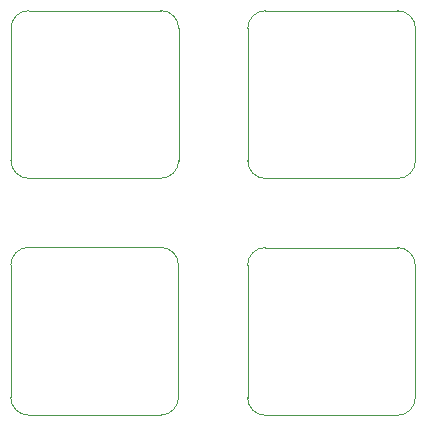
<source format=gbr>
%TF.GenerationSoftware,KiCad,Pcbnew,7.0.7*%
%TF.CreationDate,2023-09-11T19:57:54+10:00*%
%TF.ProjectId,jigsaw,6a696773-6177-42e6-9b69-6361645f7063,rev?*%
%TF.SameCoordinates,Original*%
%TF.FileFunction,Legend,Top*%
%TF.FilePolarity,Positive*%
%FSLAX46Y46*%
G04 Gerber Fmt 4.6, Leading zero omitted, Abs format (unit mm)*
G04 Created by KiCad (PCBNEW 7.0.7) date 2023-09-11 19:57:54*
%MOMM*%
%LPD*%
G01*
G04 APERTURE LIST*
%ADD10C,0.100000*%
G04 APERTURE END LIST*
D10*
%TO.C,SW1*%
X43392238Y-61927740D02*
X32192238Y-61927740D01*
X30692238Y-60427740D02*
X30692238Y-49227740D01*
X44892238Y-49227740D02*
X44892238Y-60427740D01*
X32192238Y-47727740D02*
X43392238Y-47727740D01*
X30692238Y-60427740D02*
G75*
G03*
X32192238Y-61927740I1500001J1D01*
G01*
X43392238Y-61927740D02*
G75*
G03*
X44892238Y-60427740I-1J1500001D01*
G01*
X32192238Y-47727740D02*
G75*
G03*
X30692238Y-49227740I0J-1500000D01*
G01*
X44892238Y-49227740D02*
G75*
G03*
X43392238Y-47727740I-1500000J0D01*
G01*
X64939978Y-49243502D02*
X64939978Y-60443502D01*
X63439978Y-61943502D02*
X52239978Y-61943502D01*
X52239978Y-47743502D02*
X63439978Y-47743502D01*
X50739978Y-60443502D02*
X50739978Y-49243502D01*
X63439978Y-61943502D02*
G75*
G03*
X64939978Y-60443502I-1J1500001D01*
G01*
X64939978Y-49243502D02*
G75*
G03*
X63439978Y-47743502I-1500001J-1D01*
G01*
X50739978Y-60443502D02*
G75*
G03*
X52239978Y-61943502I1500000J0D01*
G01*
X52239978Y-47743502D02*
G75*
G03*
X50739978Y-49243502I0J-1500000D01*
G01*
X52255740Y-27695762D02*
X63455740Y-27695762D01*
X64955740Y-29195762D02*
X64955740Y-40395762D01*
X50755740Y-40395762D02*
X50755740Y-29195762D01*
X63455740Y-41895762D02*
X52255740Y-41895762D01*
X64955740Y-29195762D02*
G75*
G03*
X63455740Y-27695762I-1500001J-1D01*
G01*
X52255740Y-27695762D02*
G75*
G03*
X50755740Y-29195762I1J-1500001D01*
G01*
X63455740Y-41895762D02*
G75*
G03*
X64955740Y-40395762I0J1500000D01*
G01*
X50755740Y-40395762D02*
G75*
G03*
X52255740Y-41895762I1500000J0D01*
G01*
X30708000Y-40380000D02*
X30708000Y-29180000D01*
X32208000Y-27680000D02*
X43408000Y-27680000D01*
X43408000Y-41880000D02*
X32208000Y-41880000D01*
X44908000Y-29180000D02*
X44908000Y-40380000D01*
X32208000Y-27680000D02*
G75*
G03*
X30708000Y-29180000I1J-1500001D01*
G01*
X30708000Y-40380000D02*
G75*
G03*
X32208000Y-41880000I1500001J1D01*
G01*
X44908000Y-29180000D02*
G75*
G03*
X43408000Y-27680000I-1500000J0D01*
G01*
X43408000Y-41880000D02*
G75*
G03*
X44908000Y-40380000I0J1500000D01*
G01*
%TD*%
M02*

</source>
